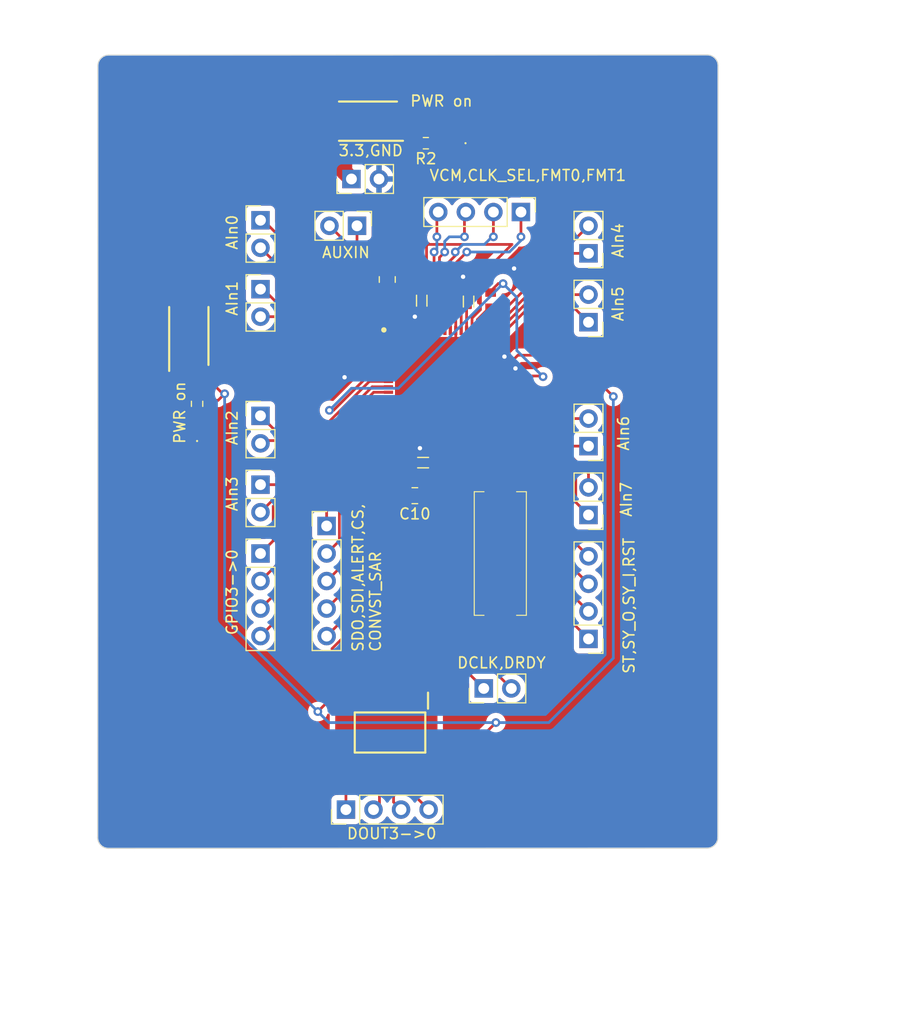
<source format=kicad_pcb>
(kicad_pcb (version 20221018) (generator pcbnew)
  (layers (0 "F.Cu" signal) (31 "B.Cu" signal) (34 "B.Paste" user) (35 "F.Paste" user) (36 "B.SilkS" user "B.Silkscreen") (37 "F.SilkS" user "F.Silkscreen") (38 "B.Mask" user) (39 "F.Mask" user) (44 "Edge.Cuts" user))
  (net 0 "")
  (net 1 "Net-(C1-Pad1)")
  (net 2 "Net-(IC1-XTAL1)")
  (net 3 "Net-(C2-Pad1)")
  (net 4 "Net-(IC1-XTAL2{slash}MCLK)")
  (net 5 "GND1")
  (net 6 "+3.3V")
  (net 7 "Net-(IC1-REF_OUT)")
  (net 8 "Net-(IC1-AREG2CAP)")
  (net 9 "Net-(IC1-AREG1CAP)")
  (net 10 "Net-(IC1-DREGCAP)")
  (net 11 "Net-(IC1-AIN0-)")
  (net 12 "Net-(IC1-AIN0+)")
  (net 13 "Net-(IC1-AIN1-)")
  (net 14 "Net-(IC1-AIN1+)")
  (net 15 "Net-(IC1-AIN2-)")
  (net 16 "Net-(IC1-AIN2+)")
  (net 17 "Net-(IC1-AIN3-)")
  (net 18 "Net-(IC1-AIN3+)")
  (net 19 "Net-(IC1-MODE0{slash}GPIO0)")
  (net 20 "Net-(IC1-MODE1{slash}GPIO1)")
  (net 21 "Net-(IC1-MODE2{slash}GPIO2)")
  (net 22 "Net-(IC1-MODE3{slash}ALERT)")
  (net 23 "Net-(IC1-CONVST_SAR)")
  (net 24 "Net-(IC1-ALERT{slash}~{CS})")
  (net 25 "Net-(IC1-DCLK2{slash}SCLK)")
  (net 26 "Net-(IC1-DCLK1{slash}SDI)")
  (net 27 "Net-(IC1-DCLK0{slash}SDO)")
  (net 28 "Net-(IC1-DOUT3)")
  (net 29 "Net-(IC1-DOUT2)")
  (net 30 "Net-(IC1-DOUT1)")
  (net 31 "Net-(IC1-DOUT0)")
  (net 32 "Net-(IC1-DCLK)")
  (net 33 "Net-(IC1-~{DRDY})")
  (net 34 "Net-(IC1-FORMAT1)")
  (net 35 "Net-(IC1-FORMAT0)")
  (net 36 "Net-(IC1-CLK_SEL)")
  (net 37 "Net-(IC1-VCM)")
  (net 38 "Net-(IC1-AUXAIN+)")
  (net 39 "Net-(IC1-AUXAIN-)")
  (net 40 "GND2")
  (net 46 "Net-(IC2-1Y3)")
  (net 48 "Net-(IC2-1Y2)")
  (net 50 "Net-(IC2-1Y1)")
  (net 52 "Net-(IC2-1Y0)")
  (net 53 "Net-(D2-K)")
  (net 54 "Net-(D1-K)")
  (net 55 "Net-(IC1-REF1+)")
  (net 56 "Net-(IC1-~{START})")
  (net 57 "Net-(IC1-~{SYNC_OUT})")
  (net 58 "Net-(IC1-~{SYNC_IN})")
  (net 59 "Net-(IC1-~{RESET})")
  (net 60 "Net-(IC1-AIN7+)")
  (net 61 "Net-(IC1-AIN7-)")
  (net 62 "Net-(IC1-AIN6+)")
  (net 63 "Net-(IC1-AIN6-)")
  (net 64 "Net-(IC1-AIN5+)")
  (net 65 "Net-(IC1-AIN5-)")
  (net 66 "Net-(IC1-AIN4+)")
  (net 67 "Net-(IC1-AIN4-)")
  (net 68 "Net-(D3-A)")
  (net 69 "Net-(D4-A)")
  (footprint "LED_SMD:LED_0201_0603Metric" (layer "F.Cu") (at 160.02 84.328 180)
    (fp_text reference "D4" hide)
    (fp_text value "LED" hide)
  )
  (footprint "Connector_PinHeader_2.54mm:PinHeader_1x05_P2.54mm_Vertical" (layer "F.Cu") (at 148.082 119.634)
    (fp_text reference "J12" hide)
    (fp_text value "Conn_01x05" hide)
  )
  (footprint "LED_SMD:LED_0201_0603Metric" (layer "F.Cu") (at 136.144 110.937 90)
    (fp_text reference "D3" hide)
    (fp_text value "LED" hide)
  )
  (footprint "Capacitor_SMD:C_0805_2012Metric_Pad1.18x1.45mm_HandSolder" (layer "F.Cu") (at 156.21 116.84 180)
    (fp_text reference "C10")
    (fp_text value "C")
  )
  (footprint "Connector_PinHeader_2.54mm:PinHeader_1x02_P2.54mm_Vertical" (layer "F.Cu") (at 141.986 109.474)
    (fp_text reference "J4" hide)
    (fp_text value "Conn_01x02" hide)
  )
  (footprint "Connector_PinHeader_2.54mm:PinHeader_1x04_P2.54mm_Vertical" (layer "F.Cu") (at 165.989 90.678 -90)
    (fp_text reference "J13" hide)
    (fp_text value "Conn_01x04" hide)
  )
  (footprint "Connector_PinHeader_2.54mm:PinHeader_1x02_P2.54mm_Vertical" (layer "F.Cu") (at 150.368 87.63 90)
    (fp_text reference "J10" hide)
    (fp_text value "Conn_01x02" hide)
  )
  (footprint "Connector_PinHeader_2.54mm:PinHeader_1x02_P2.54mm_Vertical" (layer "F.Cu") (at 172.212 112.268 180)
    (fp_text reference "J8" hide)
    (fp_text value "Conn_01x02" hide)
  )
  (footprint "Connector_PinHeader_2.54mm:PinHeader_1x04_P2.54mm_Vertical" (layer "F.Cu") (at 149.86 145.796 90)
    (fp_text reference "J18" hide)
    (fp_text value "Conn_01x04" hide)
  )
  (footprint "Capacitor_SMD:C_0805_2012Metric" (layer "F.Cu") (at 153.67 96.901 -90)
    (fp_text reference "C13" hide)
    (fp_text value "C" hide)
  )
  (footprint "Resistor_SMD:R_0603_1608Metric" (layer "F.Cu") (at 157.226 84.328 180)
    (fp_text reference "R2")
    (fp_text value "R")
  )
  (footprint "Baja_ADC:DIOM5336X245N" (layer "F.Cu") (at 151.892 82.296 180)
    (fp_text reference "D1" hide)
    (fp_text value "D_Schottky" hide)
  )
  (footprint "Baja_ADC:QFN50P900X900X80-65N-D" (layer "F.Cu") (at 158.23 106.05)
    (fp_text reference "IC1" hide)
    (fp_text value "AD7779ACPZ" hide)
  )
  (footprint "Connector_PinHeader_2.54mm:PinHeader_1x04_P2.54mm_Vertical" (layer "F.Cu") (at 172.212 130.048 180)
    (fp_text reference "J15" hide)
    (fp_text value "Conn_01x04" hide)
  )
  (footprint "Connector_PinHeader_2.54mm:PinHeader_1x02_P2.54mm_Vertical" (layer "F.Cu") (at 141.986 115.824)
    (fp_text reference "J5" hide)
    (fp_text value "Conn_01x02" hide)
  )
  (footprint "Baja_ADC:ECS49205PXTR" (layer "F.Cu") (at 164.084 122.174 -90)
    (fp_text reference "Y1" hide)
    (fp_text value "ECS-40-20-5PX-TR" hide)
  )
  (footprint "Baja_ADC:CAPC1608X95N" (layer "F.Cu") (at 163.195 98.806 -90)
    (fp_text reference "C5" hide)
    (fp_text value "C" hide)
  )
  (footprint "Connector_PinHeader_2.54mm:PinHeader_1x02_P2.54mm_Vertical" (layer "F.Cu") (at 172.212 100.838 180)
    (fp_text reference "J7" hide)
    (fp_text value "Conn_01x02" hide)
  )
  (footprint "Resistor_SMD:R_0603_1608Metric" (layer "F.Cu") (at 136.144 108.367 90)
    (fp_text reference "R1" hide)
    (fp_text value "R" hide)
  )
  (footprint "Connector_PinHeader_2.54mm:PinHeader_1x02_P2.54mm_Vertical" (layer "F.Cu") (at 162.56 134.62 90)
    (fp_text reference "J19" hide)
    (fp_text value "Conn_01x02" hide)
  )
  (footprint "Connector_PinHeader_2.54mm:PinHeader_1x02_P2.54mm_Vertical" (layer "F.Cu") (at 172.212 94.488 180)
    (fp_text reference "J6" hide)
    (fp_text value "Conn_01x02" hide)
  )
  (footprint "Baja_ADC:CAPC2012X94N" (layer "F.Cu") (at 148.844 103.632 -90)
    (fp_text reference "C12" hide)
    (fp_text value "C" hide)
  )
  (footprint "Baja_ADC:CAPC1608X95N" (layer "F.Cu") (at 155.448 98.298 90)
    (fp_text reference "C4" hide)
    (fp_text value "C" hide)
  )
  (footprint "Connector_PinHeader_2.54mm:PinHeader_1x04_P2.54mm_Vertical" (layer "F.Cu") (at 141.986 122.174)
    (fp_text reference "J11" hide)
    (fp_text value "Conn_01x04" hide)
  )
  (footprint "Baja_ADC:CAPC1005X55N" (layer "F.Cu") (at 156.972 113.792 180)
    (fp_text reference "C11" hide)
    (fp_text value "C" hide)
  )
  (footprint "Connector_PinHeader_2.54mm:PinHeader_1x02_P2.54mm_Vertical" (layer "F.Cu") (at 141.986 97.79)
    (fp_text reference "J3" hide)
    (fp_text value "Conn_01x02" hide)
  )
  (footprint "Baja_ADC:CAPC1608X95N" (layer "F.Cu") (at 156.464 115.062 180)
    (fp_text reference "C9" hide)
    (fp_text value "C" hide)
  )
  (footprint "Baja_ADC:CAPC1005X55N" (layer "F.Cu") (at 161.163 98.933 -90)
    (fp_text reference "C7" hide)
    (fp_text value "C" hide)
  )
  (footprint "Capacitor_SMD:C_01005_0402Metric" (layer "F.Cu") (at 162.052 112.46 90)
    (fp_text reference "C1" hide)
    (fp_text value "C0603C300F1GACTU" hide)
  )
  (footprint "Baja_ADC:CAPC1005X55N" (layer "F.Cu") (at 156.845 98.855 -90)
    (fp_text reference "C8" hide)
    (fp_text value "C" hide)
  )
  (footprint "Connector_PinHeader_2.54mm:PinHeader_1x02_P2.54mm_Vertical" (layer "F.Cu") (at 172.212 118.618 180)
    (fp_text reference "J9" hide)
    (fp_text value "Conn_01x02" hide)
  )
  (footprint "Connector_PinHeader_2.54mm:PinHeader_1x02_P2.54mm_Vertical" (layer "F.Cu") (at 141.986 91.435)
    (fp_text reference "J2" hide)
    (fp_text value "Conn_01x02" hide)
  )
  (footprint "Baja_ADC:SOP65P640X110-20N" (layer "F.Cu") (at 153.924 138.684 -90)
    (fp_text reference "IC2" hide)
    (fp_text value "74HC244PW,118" hide)
  )
  (footprint "Connector_PinHeader_2.54mm:PinHeader_1x02_P2.54mm_Vertical" (layer "F.Cu") (at 150.881 91.948 -90)
    (fp_text reference "J1" hide)
    (fp_text value "Conn_01x02" hide)
  )
  (footprint "Capacitor_SMD:C_01005_0402Metric" (layer "F.Cu") (at 163.576 112.46 90)
    (fp_text reference "C2" hide)
    (fp_text value "C0603C300F1GACTU" hide)
  )
  (footprint "Baja_ADC:DIOM5336X245N" (layer "F.Cu") (at 135.382 102.108 90)
    (fp_text reference "D2" hide)
    (fp_text value "D_Schottky" hide)
  )
  (footprint "Baja_ADC:CAPC1608X95N" (layer "F.Cu") (at 150.622 103.886 -90)
    (fp_text reference "C3" hide)
    (fp_text value "C" hide)
  )
  (gr_line (start 126.984 148.368) (end 127 77.2) (stroke (width 0.1)) (layer "Edge.Cuts"))
  (gr_arc (start 184.134 148.352) (mid 183.841107 149.059107) (end 183.134 149.352) (stroke (width 0.1)) (layer "Edge.Cuts"))
  (gr_line (start 184.15 77.184) (end 184.134 148.352) (stroke (width 0.1)) (layer "Edge.Cuts"))
  (gr_line (start 128 76.2) (end 183.15 76.184) (stroke (width 0.1)) (layer "Edge.Cuts"))
  (gr_arc (start 127 77.2) (mid 127.292893 76.492893) (end 128 76.2) (stroke (width 0.1)) (layer "Edge.Cuts"))
  (gr_arc (start 183.15 76.184) (mid 183.857107 76.476893) (end 184.15 77.184) (stroke (width 0.1)) (layer "Edge.Cuts"))
  (gr_arc (start 127.984 149.368) (mid 127.276893 149.075107) (end 126.984 148.368) (stroke (width 0.1)) (layer "Edge.Cuts"))
  (gr_line (start 183.134 149.352) (end 127.984 149.368) (stroke (width 0.1)) (layer "Edge.Cuts"))
  (gr_text "3.3,GND" (at 149.098 85.598) (layer "F.SilkS") (effects (font (size 1 1)) (justify left bottom)))
  (gr_text "GPIO3->0" (at 139.954 129.794 90) (layer "F.SilkS") (effects (font (size 1 1)) (justify left bottom)))
  (gr_text "SDO,SDI,ALERT,CS,\nCONVST_SAR" (at 153.162 131.318 90) (layer "F.SilkS") (effects (font (size 1 1)) (justify left bottom)))
  (gr_text "AIn1" (at 139.954 100.33 90) (layer "F.SilkS") (effects (font (size 1 1)) (justify left bottom)))
  (gr_text "DOUT3->0" (at 149.86 148.59) (layer "F.SilkS") (effects (font (size 1 1)) (justify left bottom)))
  (gr_text "AIn3" (at 139.954 118.364 90) (layer "F.SilkS") (effects (font (size 1 1)) (justify left bottom)))
  (gr_text "AIn7" (at 176.276 118.872 90) (layer "F.SilkS") (effects (font (size 1 1)) (justify left bottom)))
  (gr_text "AIn6" (at 176.022 112.776 90) (layer "F.SilkS") (effects (font (size 1 1)) (justify left bottom)))
  (gr_text "VCM,CLK_SEL,FMT0,FMT1" (at 157.48 87.884) (layer "F.SilkS") (effects (font (size 1 1)) (justify left bottom)))
  (gr_text "DCLK,DRDY" (at 160.02 132.842) (layer "F.SilkS") (effects (font (size 1 1)) (justify left bottom)))
  (gr_text "AIn4" (at 175.514 94.996 90) (layer "F.SilkS") (effects (font (size 1 1)) (justify left bottom)))
  (gr_text "PWR on" (at 135.128 112.141 90) (layer "F.SilkS") (effects (font (size 1 1)) (justify left bottom)))
  (gr_text "PWR on" (at 155.702 81.026) (layer "F.SilkS") (effects (font (size 1 1)) (justify left bottom)))
  (gr_text "AIn5" (at 175.514 100.838 90) (layer "F.SilkS") (effects (font (size 1 1)) (justify left bottom)))
  (gr_text "AUXIN" (at 147.574 94.996) (layer "F.SilkS") (effects (font (size 1 1)) (justify left bottom)))
  (gr_text "AIn2" (at 139.954 112.268 90) (layer "F.SilkS") (effects (font (size 1 1)) (justify left bottom)))
  (gr_text "AIn0" (at 139.954 94.234 90) (layer "F.SilkS") (effects (font (size 1 1)) (justify left bottom)))
  (gr_text "ST,SY_O,SY_I,RST" (at 176.53 133.35 90) (layer "F.SilkS") (effects (font (size 1 1)) (justify left bottom)))
  (segment (start 162.052 124.892) (end 162.052 112.71) (width 0.25) (layer "F.Cu") (net 1))
  (segment (start 164.084 126.924) (end 162.052 124.892) (width 0.25) (layer "F.Cu") (net 1))
  (segment (start 161.48 111.188) (end 161.48 110.5) (width 0.25) (layer "F.Cu") (net 2))
  (segment (start 162.052 112.21) (end 162.052 111.76) (width 0.25) (layer "F.Cu") (net 2))
  (segment (start 162.052 111.76) (end 161.48 111.188) (width 0.25) (layer "F.Cu") (net 2))
  (segment (start 164.084 117.424) (end 164.084 113.668) (width 0.25) (layer "F.Cu") (net 3))
  (segment (start 163.576 113.16) (end 163.576 112.71) (width 0.25) (layer "F.Cu") (net 3))
  (segment (start 164.084 113.668) (end 163.576 113.16) (width 0.25) (layer "F.Cu") (net 3))
  (segment (start 163.576 111.76) (end 162.316 110.5) (width 0.25) (layer "F.Cu") (net 4))
  (segment (start 162.316 110.5) (end 161.98 110.5) (width 0.25) (layer "F.Cu") (net 4))
  (segment (start 163.576 111.76) (end 163.576 112.21) (width 0.25) (layer "F.Cu") (net 4))
  (segment (start 151.78196 105.3) (end 151.16396 105.918) (width 0.25) (layer "F.Cu") (net 5))
  (segment (start 162.253 99.684604) (end 161.48 100.457604) (width 0.25) (layer "F.Cu") (net 5))
  (segment (start 155.448 98.998) (end 155.448 99.568) (width 0.5) (layer "F.Cu") (net 5))
  (segment (start 156.48 101.6) (end 156.48 104.3) (width 0.25) (layer "F.Cu") (net 5))
  (segment (start 155.972 98.998) (end 156.545 98.425) (width 0.5) (layer "F.Cu") (net 5))
  (segment (start 159.98 97.322) (end 160.655 96.647) (width 0.25) (layer "F.Cu") (net 5))
  (segment (start 161.48 101.6) (end 161.48 102.8) (width 0.25) (layer "F.Cu") (net 5))
  (segment (start 162.68 104.3) (end 164.178 104.3) (width 0.25) (layer "F.Cu") (net 5))
  (segment (start 161.48 102.8) (end 158.23 106.05) (width 0.25) (layer "F.Cu") (net 5))
  (segment (start 150.622 103.186) (end 149.208 103.186) (width 0.25) (layer "F.Cu") (net 5))
  (segment (start 162.253 98.298) (end 162.253 99.684604) (width 0.25) (layer "F.Cu") (net 5))
  (segment (start 153.78 104.3) (end 156.48 104.3) (width 0.25) (layer "F.Cu") (net 5))
  (segment (start 162.048 98.503) (end 162.253 98.298) (width 0.25) (layer "F.Cu") (net 5))
  (segment (start 151.16396 105.918) (end 149.733 105.918) (width 0.25) (layer "F.Cu") (net 5))
  (segment (start 163.576 95.885) (end 165.354 95.885) (width 0.25) (layer "F.Cu") (net 5))
  (segment (start 149.208 103.186) (end 148.844 102.822) (width 0.25) (layer "F.Cu") (net 5))
  (segment (start 156.98 111.447604) (end 156.952 111.475604) (width 0.25) (layer "F.Cu") (net 5))
  (segment (start 165.2815 105.3) (end 162.68 105.3) (width 0.25) (layer "F.Cu") (net 5))
  (segment (start 159.98 101.6) (end 159.98 104.3) (width 0.25) (layer "F.Cu") (net 5))
  (segment (start 161.48 100.457604) (end 161.48 101.6) (width 0.25) (layer "F.Cu") (net 5))
  (segment (start 155.98 101.6) (end 155.98 100.56) (width 0.25) (layer "F.Cu") (net 5))
  (segment (start 156.545 98.425) (end 156.845 98.425) (width 0.5) (layer "F.Cu") (net 5))
  (segment (start 156.48 100.6) (end 156.21 100.33) (width 0.25) (layer "F.Cu") (net 5))
  (segment (start 159.98 101.6) (end 159.98 97.322) (width 0.25) (layer "F.Cu") (net 5))
  (segment (start 156.952 112.186787) (end 156.677937 112.46085) (width 0.25) (layer "F.Cu") (net 5))
  (segment (start 155.448 99.568) (end 156.21 100.33) (width 0.5) (layer "F.Cu") (net 5))
  (segment (start 159.98 104.3) (end 158.23 106.05) (width 0.25) (layer "F.Cu") (net 5))
  (segment (start 162.253 97.208) (end 162.253 98.298) (width 0.25) (layer "F.Cu") (net 5))
  (segment (start 155.98 100.56) (end 156.21 100.33) (width 0.25) (layer "F.Cu") (net 5))
  (segment (start 156.98 110.5) (end 156.98 111.447604) (width 0.25) (layer "F.Cu") (net 5))
  (segment (start 151.978924 104.3) (end 150.864924 103.186) (width 0.25) (layer "F.Cu") (net 5))
  (segment (start 153.78 105.3) (end 151.78196 105.3) (width 0.25) (layer "F.Cu") (net 5))
  (segment (start 156.48 101.6) (end 156.48 100.6) (width 0.25) (layer "F.Cu") (net 5))
  (segment (start 153.78 104.3) (end 151.978924 104.3) (width 0.25) (layer "F.Cu") (net 5))
  (segment (start 155.98 103.8) (end 158.23 106.05) (width 0.25) (layer "F.Cu") (net 5))
  (segment (start 161.163 98.503) (end 162.048 98.503) (width 0.25) (layer "F.Cu") (net 5))
  (segment (start 156.952 111.475604) (end 156.952 112.186787) (width 0.25) (layer "F.Cu") (net 5))
  (segment (start 162.253 97.208) (end 163.576 95.885) (width 0.25) (layer "F.Cu") (net 5))
  (segment (start 150.864924 103.186) (end 150.622 103.186) (width 0.25) (layer "F.Cu") (net 5))
  (segment (start 164.178 104.3) (end 164.465 104.013) (width 0.25) (layer "F.Cu") (net 5))
  (segment (start 155.98 101.6) (end 155.98 103.8) (width 0.25) (layer "F.Cu") (net 5))
  (segment (start 155.448 98.998) (end 155.972 98.998) (width 0.5) (layer "F.Cu") (net 5))
  (segment (start 162.68 104.3) (end 159.98 104.3) (width 0.25) (layer "F.Cu") (net 5))
  (segment (start 165.481 105.1005) (end 165.2815 105.3) (width 0.25) (layer "F.Cu") (net 5))
  (segment (start 156.48 104.3) (end 158.23 106.05) (width 0.25) (layer "F.Cu") (net 5))
  (via (at 164.465 104.013) (size 0.8) (drill 0.4) (layers "F.Cu" "B.Cu") (net 5))
  (via (at 165.481 105.1005) (size 0.8) (drill 0.4) (layers "F.Cu" "B.Cu") (net 5))
  (via (at 149.733 105.918) (size 0.8) (drill 0.4) (layers "F.Cu" "B.Cu") (net 5))
  (via (at 156.21 100.33) (size 0.8) (drill 0.4) (layers "F.Cu" "B.Cu") (net 5))
  (via (at 160.655 96.647) (size 0.8) (drill 0.4) (layers "F.Cu" "B.Cu") (net 5))
  (via (at 165.354 95.885) (size 0.8) (drill 0.4) (layers "F.Cu" "B.Cu") (net 5))
  (via (at 156.677937 112.46085) (size 0.8) (drill 0.4) (layers "F.Cu" "B.Cu") (net 5))
  (segment (start 137.414 82.296) (end 135.382 84.328) (width 1.5) (layer "F.Cu") (net 6))
  (segment (start 149.692 86.954) (end 150.368 87.63) (width 1.5) (layer "F.Cu") (net 6))
  (segment (start 149.692 82.296) (end 137.414 82.296) (width 1.5) (layer "F.Cu") (net 6))
  (segment (start 135.382 84.328) (end 135.382 99.908) (width 1.5) (layer "F.Cu") (net 6))
  (segment (start 149.692 82.296) (end 149.692 86.954) (width 1.5) (layer "F.Cu") (net 6))
  (segment (start 161.98 101.6) (end 161.98 100.594) (width 0.25) (layer "F.Cu") (net 7))
  (segment (start 161.98 100.594) (end 163.068 99.506) (width 0.25) (layer "F.Cu") (net 7))
  (segment (start 160.98 99.546) (end 161.163 99.363) (width 0.25) (layer "F.Cu") (net 8))
  (segment (start 160.98 101.6) (end 160.98 99.546) (width 0.25) (layer "F.Cu") (net 8))
  (segment (start 157.035 100.671726) (end 157.035 99.475) (width 0.25) (layer "F.Cu") (net 9))
  (segment (start 157.035 99.475) (end 156.845 99.285) (width 0.25) (layer "F.Cu") (net 9))
  (segment (start 156.98 100.726726) (end 157.035 100.671726) (width 0.25) (layer "F.Cu") (net 9))
  (segment (start 156.98 101.6) (end 156.98 100.726726) (width 0.25) (layer "F.Cu") (net 9))
  (segment (start 157.402 111.662) (end 157.402 113.792) (width 0.25) (layer "F.Cu") (net 10))
  (segment (start 157.48 111.584) (end 157.402 111.662) (width 0.25) (layer "F.Cu") (net 10))
  (segment (start 157.48 110.5) (end 157.48 111.584) (width 0.25) (layer "F.Cu") (net 10))
  (segment (start 150.034 98.98) (end 149.78 98.98) (width 0.25) (layer "F.Cu") (net 11))
  (segment (start 153.354 102.3) (end 150.034 98.98) (width 0.25) (layer "F.Cu") (net 11))
  (segment (start 149.78 98.98) (end 142.235 91.435) (width 0.25) (layer "F.Cu") (net 11))
  (segment (start 153.78 102.3) (end 153.354 102.3) (width 0.25) (layer "F.Cu") (net 11))
  (segment (start 142.235 91.435) (end 141.986 91.435) (width 0.25) (layer "F.Cu") (net 11))
  (segment (start 149.722 99.43) (end 149.468 99.43) (width 0.25) (layer "F.Cu") (net 12))
  (segment (start 153.78 102.8) (end 153.092 102.8) (width 0.25) (layer "F.Cu") (net 12))
  (segment (start 146.23 96.192) (end 144.203 96.192) (width 0.25) (layer "F.Cu") (net 12))
  (segment (start 149.468 99.43) (end 146.23 96.192) (width 0.25) (layer "F.Cu") (net 12))
  (segment (start 153.092 102.8) (end 149.722 99.43) (width 0.25) (layer "F.Cu") (net 12))
  (segment (start 144.203 96.192) (end 141.986 93.975) (width 0.25) (layer "F.Cu") (net 12))
  (segment (start 153.78 103.3) (end 152.955604 103.3) (width 0.25) (layer "F.Cu") (net 13))
  (segment (start 149.535604 99.88) (end 144.33 99.88) (width 0.25) (layer "F.Cu") (net 13))
  (segment (start 142.24 97.79) (end 141.986 97.79) (width 0.25) (layer "F.Cu") (net 13))
  (segment (start 144.33 99.88) (end 142.24 97.79) (width 0.25) (layer "F.Cu") (net 13))
  (segment (start 152.955604 103.3) (end 149.535604 99.88) (width 0.25) (layer "F.Cu") (net 13))
  (segment (start 149.349208 100.33) (end 141.986 100.33) (width 0.25) (layer "F.Cu") (net 14))
  (segment (start 152.819208 103.8) (end 149.349208 100.33) (width 0.25) (layer "F.Cu") (net 14))
  (segment (start 153.78 103.8) (end 152.819208 103.8) (width 0.25) (layer "F.Cu") (net 14))
  (segment (start 147.008 111.31) (end 152.018 106.3) (width 0.25) (layer "F.Cu") (net 15))
  (segment (start 143.822 111.31) (end 147.008 111.31) (width 0.25) (layer "F.Cu") (net 15))
  (segment (start 141.986 109.474) (end 143.822 111.31) (width 0.25) (layer "F.Cu") (net 15))
  (segment (start 152.018 106.3) (end 153.78 106.3) (width 0.25) (layer "F.Cu") (net 15))
  (segment (start 152.28 106.8) (end 147.32 111.76) (width 0.25) (layer "F.Cu") (net 16))
  (segment (start 147.32 111.76) (end 142.24 111.76) (width 0.25) (layer "F.Cu") (net 16))
  (segment (start 153.78 106.8) (end 152.28 106.8) (width 0.25) (layer "F.Cu") (net 16))
  (segment (start 142.24 111.76) (end 141.986 112.014) (width 0.25) (layer "F.Cu") (net 16))
  (segment (start 152.416396 107.3) (end 143.892396 115.824) (width 0.25) (layer "F.Cu") (net 17))
  (segment (start 143.892396 115.824) (end 141.986 115.824) (width 0.25) (layer "F.Cu") (net 17))
  (segment (start 153.78 107.3) (end 152.416396 107.3) (width 0.25) (layer "F.Cu") (net 17))
  (segment (start 152.552792 107.8) (end 141.988792 118.364) (width 0.25) (layer "F.Cu") (net 18))
  (segment (start 141.988792 118.364) (end 141.986 118.364) (width 0.25) (layer "F.Cu") (net 18))
  (segment (start 153.78 107.8) (end 152.552792 107.8) (width 0.25) (layer "F.Cu") (net 18))
  (segment (start 153.78 108.3) (end 153.755 108.275) (width 0.25) (layer "F.Cu") (net 19))
  (segment (start 152.714188 108.275) (end 143.161 117.828188) (width 0.25) (layer "F.Cu") (net 19))
  (segment (start 153.755 108.275) (end 152.714188 108.275) (width 0.25) (layer "F.Cu") (net 19))
  (segment (start 143.161 117.828188) (end 143.161 120.999) (width 0.25) (layer "F.Cu") (net 19))
  (segment (start 143.161 120.999) (end 141.986 122.174) (width 0.25) (layer "F.Cu") (net 19))
  (segment (start 153.78 108.8) (end 153.055 108.8) (width 0.25) (layer "F.Cu") (net 20))
  (segment (start 153.055 108.8) (end 143.611 118.244) (width 0.25) (layer "F.Cu") (net 20))
  (segment (start 143.611 118.244) (end 143.611 123.089) (width 0.25) (layer "F.Cu") (net 20))
  (segment (start 143.611 123.089) (end 141.986 124.714) (width 0.25) (layer "F.Cu") (net 20))
  (segment (start 153.78 109.3) (end 153.755 109.275) (width 0.25) (layer "F.Cu") (net 21))
  (segment (start 153.755 109.275) (end 153.216396 109.275) (width 0.25) (layer "F.Cu") (net 21))
  (segment (start 144.061 125.179) (end 141.986 127.254) (width 0.25) (layer "F.Cu") (net 21))
  (segment (start 153.216396 109.275) (end 144.061 118.430396) (width 0.25) (layer "F.Cu") (net 21))
  (segment (start 144.061 118.430396) (end 144.061 125.179) (width 0.25) (layer "F.Cu") (net 21))
  (segment (start 152.919792 110.208) (end 144.511 118.616792) (width 0.25) (layer "F.Cu") (net 22))
  (segment (start 153.78 109.8) (end 153.372 110.208) (width 0.25) (layer "F.Cu") (net 22))
  (segment (start 144.511 127.269) (end 141.986 129.794) (width 0.25) (layer "F.Cu") (net 22))
  (segment (start 144.511 118.616792) (end 144.511 127.269) (width 0.25) (layer "F.Cu") (net 22))
  (segment (start 153.372 110.208) (end 152.919792 110.208) (width 0.25) (layer "F.Cu") (net 22))
  (segment (start 154.422 110.5) (end 148.082 116.84) (width 0.25) (layer "F.Cu") (net 23))
  (segment (start 148.082 116.84) (end 148.082 119.634) (width 0.25) (layer "F.Cu") (net 23))
  (segment (start 154.48 110.5) (end 154.422 110.5) (width 0.25) (layer "F.Cu") (net 23))
  (segment (start 154.98 110.5) (end 154.98 111.225) (width 0.25) (layer "F.Cu") (net 24))
  (segment (start 149.257 120.999) (end 148.082 122.174) (width 0.25) (layer "F.Cu") (net 24))
  (segment (start 154.98 111.225) (end 154.955 111.25) (width 0.25) (layer "F.Cu") (net 24))
  (segment (start 154.955 111.25) (end 154.308396 111.25) (width 0.25) (layer "F.Cu") (net 24))
  (segment (start 149.257 116.301396) (end 149.257 120.999) (width 0.25) (layer "F.Cu") (net 24))
  (segment (start 154.308396 111.25) (end 149.257 116.301396) (width 0.25) (layer "F.Cu") (net 24))
  (segment (start 154.494792 111.7) (end 149.707 116.487792) (width 0.25) (layer "F.Cu") (net 25))
  (segment (start 155.48 110.5) (end 155.48 111.361396) (width 0.25) (layer "F.Cu") (net 25))
  (segment (start 149.707 116.487792) (end 149.707 123.089) (width 0.25) (layer "F.Cu") (net 25))
  (segment (start 149.707 123.089) (end 148.082 124.714) (width 0.25) (layer "F.Cu") (net 25))
  (segment (start 155.48 111.361396) (end 155.141396 111.7) (width 0.25) (layer "F.Cu") (net 25))
  (segment (start 155.141396 111.7) (end 154.494792 111.7) (width 0.25) (layer "F.Cu") (net 25))
  (segment (start 154.681188 112.15) (end 150.157 116.674188) (width 0.25) (layer "F.Cu") (net 26))
  (segment (start 155.327792 112.15) (end 154.681188 112.15) (width 0.25) (layer "F.Cu") (net 26))
  (segment (start 150.157 125.179) (end 148.082 127.254) (width 0.25) (layer "F.Cu") (net 26))
  (segment (start 155.98 110.5) (end 155.98 111.497792) (width 0.25) (layer "F.Cu") (net 26))
  (segment (start 155.98 111.497792) (end 155.327792 112.15) (width 0.25) (layer "F.Cu") (net 26))
  (segment (start 150.157 116.674188) (end 150.157 125.179) (width 0.25) (layer "F.Cu") (net 26))
  (segment (start 155.514188 112.6) (end 154.867584 112.6) (width 0.25) (layer "F.Cu") (net 27))
  (segment (start 154.867584 112.6) (end 150.607 116.860584) (width 0.25) (layer "F.Cu") (net 27))
  (segment (start 156.48 111.634188) (end 155.514188 112.6) (width 0.25) (layer "F.Cu") (net 27))
  (segment (start 156.48 110.5) (end 156.48 111.634188) (width 0.25) (layer "F.Cu") (net 27))
  (segment (start 150.607 127.269) (end 148.082 129.794) (width 0.25) (layer "F.Cu") (net 27))
  (segment (start 150.607 116.860584) (end 150.607 127.269) (width 0.25) (layer "F.Cu") (net 27))
  (segment (start 152.424 134.7085) (end 152.299 134.8335) (width 0.25) (layer "F.Cu") (net 28))
  (segment (start 153.924 133.90746) (end 153.12296 134.7085) (width 0.25) (layer "F.Cu") (net 28))
  (segment (start 152.299 134.8335) (end 152.299 135.746) (width 0.25) (layer "F.Cu") (net 28))
  (segment (start 153.12296 134.7085) (end 152.424 134.7085) (width 0.25) (layer "F.Cu") (net 28))
  (segment (start 153.924 121.831) (end 153.924 133.90746) (width 0.25) (layer "F.Cu") (net 28))
  (segment (start 158.48 117.275) (end 153.924 121.831) (width 0.25) (layer "F.Cu") (net 28))
  (segment (start 158.48 110.5) (end 158.48 117.275) (width 0.25) (layer "F.Cu") (net 28))
  (segment (start 154.432 121.959396) (end 154.432 134.0005) (width 0.25) (layer "F.Cu") (net 29))
  (segment (start 154.432 134.0005) (end 153.599 134.8335) (width 0.25) (layer "F.Cu") (net 29))
  (segment (start 153.599 134.8335) (end 153.599 135.746) (width 0.25) (layer "F.Cu") (net 29))
  (segment (start 158.98 110.5) (end 158.98 117.411396) (width 0.25) (layer "F.Cu") (net 29))
  (segment (start 158.98 117.411396) (end 154.432 121.959396) (width 0.25) (layer "F.Cu") (net 29))
  (segment (start 154.899 122.128792) (end 154.899 135.746) (width 0.25) (layer "F.Cu") (net 30))
  (segment (start 159.48 110.5) (end 159.48 117.547792) (width 0.25) (layer "F.Cu") (net 30))
  (segment (start 159.48 117.547792) (end 154.899 122.128792) (width 0.25) (layer "F.Cu") (net 30))
  (segment (start 156.199 134.8335) (end 156.199 135.746) (width 0.25) (layer "F.Cu") (net 31))
  (segment (start 159.98 110.5) (end 159.98 117.684188) (width 0.25) (layer "F.Cu") (net 31))
  (segment (start 155.324 122.340188) (end 155.324 133.9585) (width 0.25) (layer "F.Cu") (net 31))
  (segment (start 155.324 133.9585) (end 156.199 134.8335) (width 0.25) (layer "F.Cu") (net 31))
  (segment (start 159.98 117.684188) (end 155.324 122.340188) (width 0.25) (layer "F.Cu") (net 31))
  (segment (start 160.48 132.54) (end 162.56 134.62) (width 0.25) (layer "F.Cu") (net 32))
  (segment (start 160.48 110.5) (end 160.48 132.54) (width 0.25) (layer "F.Cu") (net 32))
  (segment (start 160.98 110.5) (end 160.98 130.5) (width 0.25) (layer "F.Cu") (net 33))
  (segment (start 160.98 130.5) (end 165.1 134.62) (width 0.25) (layer "F.Cu") (net 33))
  (segment (start 165.989 92.964) (end 165.989 90.678) (width 0.25) (layer "F.Cu") (net 34))
  (segment (start 159.48 100.95) (end 159.48 101.6) (width 0.25) (layer "F.Cu") (net 34))
  (segment (start 159.405 99.141261) (end 159.405 100.875) (width 0.25) (layer "F.Cu") (net 34))
  (segment (start 159.33 99.066261) (end 159.405 99.141261) (width 0.25) (layer "F.Cu") (net 34))
  (segment (start 159.33 96.030581) (end 159.33 99.066261) (width 0.25) (layer "F.Cu") (net 34))
  (segment (start 159.405 100.875) (end 159.48 100.95) (width 0.25) (layer "F.Cu") (net 34))
  (segment (start 160.997081 94.3635) (end 159.33 96.030581) (width 0.25) (layer "F.Cu") (net 34))
  (via (at 165.989 92.964) (size 0.8) (drill 0.4) (layers "F.Cu" "B.Cu") (net 34))
  (via (at 160.997081 94.3635) (size 0.8) (drill 0.4) (layers "F.Cu" "B.Cu") (net 34))
  (segment (start 164.922498 94.3635) (end 165.989 93.296998) (width 0.25) (layer "B.Cu") (net 34))
  (segment (start 160.997081 94.3635) (end 164.922498 94.3635) (width 0.25) (layer "B.Cu") (net 34))
  (segment (start 165.989 93.296998) (end 165.989 92.964) (width 0.25) (layer "B.Cu") (net 34))
  (segment (start 163.449 92.964) (end 163.449 90.678) (width 0.25) (layer "F.Cu") (net 35))
  (segment (start 158.905 95.73) (end 158.905 99.242302) (width 0.25) (layer "F.Cu") (net 35))
  (segment (start 159.936506 94.698494) (end 158.905 95.73) (width 0.25) (layer "F.Cu") (net 35))
  (segment (start 158.905 99.242302) (end 158.98 99.317302) (width 0.25) (layer "F.Cu") (net 35))
  (segment (start 158.98 99.317302) (end 158.98 101.6) (width 0.25) (layer "F.Cu") (net 35))
  (segment (start 159.936506 94.3635) (end 159.936506 94.698494) (width 0.25) (layer "F.Cu") (net 35))
  (via (at 159.936506 94.3635) (size 0.8) (drill 0.4) (layers "F.Cu" "B.Cu") (net 35))
  (via (at 163.449 92.964) (size 0.8) (drill 0.4) (layers "F.Cu" "B.Cu") (net 35))
  (segment (start 160.636006 93.664) (end 162.622 93.664) (width 0.25) (layer "B.Cu") (net 35))
  (segment (start 163.322 92.964) (end 163.449 92.964) (width 0.25) (layer "B.Cu") (net 35))
  (segment (start 159.936506 94.3635) (end 160.636006 93.664) (width 0.25) (layer "B.Cu") (net 35))
  (segment (start 162.622 93.664) (end 163.322 92.964) (width 0.25) (layer "B.Cu") (net 35))
  (segment (start 158.48 94.86095) (end 158.48 101.6) (width 0.25) (layer "F.Cu") (net 36))
  (segment (start 160.782 92.964) (end 160.782 90.805) (width 0.25) (layer "F.Cu") (net 36))
  (segment (start 158.962003 94.3635) (end 158.962003 94.378947) (width 0.25) (layer "F.Cu") (net 36))
  (segment (start 158.962003 94.378947) (end 158.48 94.86095) (width 0.25) (layer "F.Cu") (net 36))
  (segment (start 160.782 90.805) (end 160.909 90.678) (width 0.25) (layer "F.Cu") (net 36))
  (via (at 160.782 92.964) (size 0.8) (drill 0.4) (layers "F.Cu" "B.Cu") (net 36))
  (via (at 158.962003 94.3635) (size 0.8) (drill 0.4) (layers "F.Cu" "B.Cu") (net 36))
  (segment (start 158.962003 93.386997) (end 159.385 92.964) (width 0.25) (layer "B.Cu") (net 36))
  (segment (start 159.385 92.964) (end 160.782 92.964) (width 0.25) (layer "B.Cu") (net 36))
  (segment (start 158.962003 94.3635) (end 158.962003 93.386997) (width 0.25) (layer "B.Cu") (net 36))
  (segment (start 158.242 90.805) (end 158.369 90.678) (width 0.25) (layer "F.Cu") (net 37))
  (segment (start 157.98 94.371) (end 157.98 101.6) (width 0.25) (layer "F.Cu") (net 37))
  (segment (start 157.9875 94.3635) (end 157.98 94.371) (width 0.25) (layer "F.Cu") (net 37))
  (segment (start 158.242 92.964) (end 158.242 90.805) (width 0.25) (layer "F.Cu") (net 37))
  (via (at 157.9875 94.3635) (size 0.8) (drill 0.4) (layers "F.Cu" "B.Cu") (net 37))
  (via (at 158.242 92.964) (size 0.8) (drill 0.4) (layers "F.Cu" "B.Cu") (net 37))
  (segment (start 157.9875 94.3635) (end 158.242 94.109) (width 0.25) (layer "B.Cu") (net 37))
  (segment (start 158.242 94.109) (end 158.242 92.964) (width 0.25) (layer "B.Cu") (net 37))
  (segment (start 153.416 100.838) (end 150.881 98.303) (width 0.25) (layer "F.Cu") (net 38))
  (segment (start 154.98 101.6) (end 154.98 100.875) (width 0.25) (layer "F.Cu") (net 38))
  (segment (start 154.98 100.875) (end 154.943 100.838) (width 0.25) (layer "F.Cu") (net 38))
  (segment (start 154.943 100.838) (end 153.416 100.838) (width 0.25) (layer "F.Cu") (net 38))
  (segment (start 150.881 98.303) (end 150.881 91.948) (width 0.25) (layer "F.Cu") (net 38))
  (segment (start 153.290396 101.6) (end 150.114 98.423604) (width 0.25) (layer "F.Cu") (net 39))
  (segment (start 150.114 93.721) (end 148.341 91.948) (width 0.25) (layer "F.Cu") (net 39))
  (segment (start 150.114 98.423604) (end 150.114 93.721) (width 0.25) (layer "F.Cu") (net 39))
  (segment (start 154.48 101.6) (end 153.290396 101.6) (width 0.25) (layer "F.Cu") (net 39))
  (segment (start 150.999 134.497) (end 151.0284 134.4676) (width 0.25) (layer "F.Cu") (net 40))
  (segment (start 156.849 134.2858) (end 156.9212 134.2136) (width 0.25) (layer "F.Cu") (net 40))
  (segment (start 156.849 135.746) (end 156.849 134.2858) (width 0.25) (layer "F.Cu") (net 40))
  (segment (start 150.999 135.746) (end 150.999 134.497) (width 0.25) (layer "F.Cu") (net 40))
  (segment (start 151.649 141.622) (end 151.649 142.6095) (width 0.25) (layer "F.Cu") (net 46))
  (segment (start 149.86 144.3985) (end 149.86 145.796) (width 0.25) (layer "F.Cu") (net 46))
  (segment (start 151.649 142.6095) (end 149.86 144.3985) (width 0.25) (layer "F.Cu") (net 46))
  (segment (start 152.949 145.247) (end 152.4 145.796) (width 0.25) (layer "F.Cu") (net 48))
  (segment (start 152.949 141.622) (end 152.949 145.247) (width 0.25) (layer "F.Cu") (net 48))
  (segment (start 154.249 145.105) (end 154.94 145.796) (width 0.25) (layer "F.Cu") (net 50))
  (segment (start 154.249 141.622) (end 154.249 145.105) (width 0.25) (layer "F.Cu") (net 50))
  (segment (start 155.549 143.865) (end 157.48 145.796) (width 0.25) (layer "F.Cu") (net 52))
  (segment (start 155.549 141.622) (end 155.549 143.865) (width 0.25) (layer "F.Cu") (net 52))
  (segment (start 138.684 107.442) (end 138.516 107.442) (width 0.25) (layer "F.Cu") (net 53))
  (segment (start 150.622 104.586) (end 150.836 104.8) (width 0.25) (layer "F.Cu") (net 53))
  (segment (start 157.997 113.399572) (end 157.997 114.229) (width 0.25) (layer "F.Cu") (net 53))
  (segment (start 170.688 103.886) (end 174.498 107.696) (width 0.25) (layer "F.Cu") (net 53))
  (segment (start 146.558 104.648) (end 150.746 104.648) (width 0.25) (layer "F.Cu") (net 53))
  (segment (start 159.8252 141.622) (end 163.6776 137.7696) (width 0.25) (layer "F.Cu") (net 53))
  (segment (start 138.684 107.442) (end 138.079 108.047) (width 0.25) (layer "F.Cu") (net 53))
  (segment (start 165.70555 103.886) (end 170.688 103.886) (width 0.25) (layer "F.Cu") (net 53))
  (segment (start 146.637 104.6) (end 135.674 104.6) (width 1) (layer "F.Cu") (net 53))
  (segment (start 157.98 113.382572) (end 157.997 113.399572) (width 0.25) (layer "F.Cu") (net 53))
  (segment (start 157.02 115.206) (end 157.164 115.062) (width 0.25) (layer "F.Cu") (net 53))
  (segment (start 138.079 108.047) (end 136.144 108.047) (width 0.25) (layer "F.Cu") (net 53))
  (segment (start 157.02 116.84) (end 157.02 117.065) (width 0.25) (layer "F.Cu") (net 53))
  (segment (start 147.2692 136.7536) (end 148.583 135.4398) (width 0.25) (layer "F.Cu") (net 53))
  (segment (start 148.583 135.4398) (end 148.583 130.944) (width 0.25) (layer "F.Cu") (net 53))
  (segment (start 135.674 104.6) (end 135.382 104.308) (width 1.5) (layer "F.Cu") (net 53))
  (segment (start 164.79155 104.8) (end 165.70555 103.886) (width 0.25) (layer "F.Cu") (net 53))
  (segment (start 151.032 128.495) (end 148.583 130.944) (width 0.25) (layer "F.Cu") (net 53))
  (segment (start 157.02 116.84) (end 157.02 115.206) (width 0.25) (layer "F.Cu") (net 53))
  (segment (start 157.997 114.229) (end 157.164 115.062) (width 0.25) (layer "F.Cu") (net 53))
  (segment (start 156.849 141.622) (end 159.8252 141.622) (width 0.25) (layer "F.Cu") (net 53))
  (segment (start 135.674 104.6) (end 137.627 106.553) (width 1) (layer "F.Cu") (net 53))
  (segment (start 156.199 141.622) (end 156.849 141.622) (width 0.25) (layer "F.Cu") (net 53))
  (segment (start 138.516 107.442) (end 137.627 106.553) (width 0.25) (layer "F.Cu") (net 53))
  (segment (start 150.836 104.8) (end 153.78 104.8) (width 0.25) (layer "F.Cu") (net 53))
  (segment (start 162.68 104.8) (end 164.79155 104.8) (width 0.25) (layer "F.Cu") (net 53))
  (segment (start 157.98 110.5) (end 157.98 113.382572) (width 0.25) (layer "F.Cu") (net 53))
  (segment (start 151.032 123.053) (end 151.032 128.495) (width 0.25) (layer "F.Cu") (net 53))
  (segment (start 157.02 117.065) (end 151.032 123.053) (width 0.25) (layer "F.Cu") (net 53))
  (via (at 163.6776 137.7696) (size 0.8) (drill 0.4) (layers "F.Cu" "B.Cu") (net 53))
  (via (at 138.684 107.442) (size 0.8) (drill 0.4) (layers "F.Cu" "B.Cu") (net 53))
  (via (at 174.498 107.696) (size 0.8) (drill 0.4) (layers "F.Cu" "B.Cu") (net 53))
  (via (at 147.2692 136.7536) (size 0.8) (drill 0.4) (layers "F.Cu" "B.Cu") (net 53))
  (segment (start 138.684 107.442) (end 138.684 128.1684) (width 0.25) (layer "B.Cu") (net 53))
  (segment (start 174.498 131.826) (end 168.5544 137.7696) (width 0.25) (layer "B.Cu") (net 53))
  (segment (start 138.684 128.1684) (end 147.2692 136.7536) (width 0.25) (layer "B.Cu") (net 53))
  (segment (start 148.2852 137.7696) (end 163.6776 137.7696) (width 0.25) (layer "B.Cu") (net 53))
  (segment (start 147.2692 136.7536) (end 148.2852 137.7696) (width 0.25) (layer "B.Cu") (net 53))
  (segment (start 174.498 107.696) (end 174.498 131.826) (width 0.25) (layer "B.Cu") (net 53))
  (segment (start 168.5544 137.7696) (end 163.6776 137.7696) (width 0.25) (layer "B.Cu") (net 53))
  (segment (start 157.288 97.598) (end 157.288 93.791) (width 0.25) (layer "F.Cu") (net 54))
  (segment (start 153.67 98.96396) (end 153.67 97.711) (width 0.25) (layer "F.Cu") (net 54))
  (segment (start 155.48 100.77396) (end 153.67 98.96396) (width 0.25) (layer "F.Cu") (net 54))
  (segment (start 156.401 84.328) (end 154.092 84.328) (width 0.25) (layer "F.Cu") (net 54))
  (segment (start 155.448 94.742) (end 155.448 86.422) (width 1.5) (layer "F.Cu") (net 54))
  (segment (start 157.455 101.575) (end 157.455 100.888122) (width 0.25) (layer "F.Cu") (net 54))
  (segment (start 155.48 101.6) (end 155.48 100.77396) (width 0.25) (layer "F.Cu") (net 54))
  (segment (start 160.48 98.233928) (end 160.953928 97.76) (width 0.25) (layer "F.Cu") (net 54))
  (segment (start 154.092 85.066) (end 154.092 84.328) (width 1.5) (layer "F.Cu") (net 54))
  (segment (start 154.092 84.328) (end 154.092 82.296) (width 1.5) (layer "F.Cu") (net 54))
  (segment (start 157.48 93.599) (end 157.545 93.664) (width 0.25) (layer "F.Cu") (net 54))
  (segment (start 157.48 101.6) (end 157.455 101.575) (width 0.25) (layer "F.Cu") (net 54))
  (segment (start 161.828 97.76) (end 161.828 96.393) (width 0.25) (layer "F.Cu") (net 54))
  (segment (start 160.953928 97.76) (end 161.828 97.76) (width 0.25) (layer "F.Cu") (net 54))
  (segment (start 157.485 97.795) (end 157.288 97.598) (width 0.25) (layer "F.Cu") (net 54))
  (segment (start 157.288 93.791) (end 157.48 93.599) (width 0.25) (layer "F.Cu") (net 54))
  (segment (start 155.448 86.422) (end 154.092 85.066) (width 1.5) (layer "F.Cu") (net 54))
  (segment (start 157.288 97.598) (end 155.448 97.598) (width 0.5) (layer "F.Cu") (net 54))
  (segment (start 165.162 93.664) (end 162.433 96.393) (width 0.25) (layer "F.Cu") (net 54))
  (segment (start 160.48 101.6) (end 160.48 98.233928) (width 0.25) (layer "F.Cu") (net 54))
  (segment (start 157.485 100.858122) (end 157.485 97.795) (width 0.25) (layer "F.Cu") (net 54))
  (segment (start 155.448 97.598) (end 155.448 94.742) (width 0.5) (layer "F.Cu") (net 54))
  (segment (start 157.545 93.664) (end 165.162 93.664) (width 0.25) (layer "F.Cu") (net 54))
  (segment (start 157.455 100.888122) (end 157.485 100.858122) (width 0.25) (layer "F.Cu") (net 54))
  (segment (start 154.192 97.598) (end 155.448 97.598) (width 0.5) (layer "F.Cu") (net 54))
  (segment (start 162.433 96.393) (end 161.828 96.393) (width 0.25) (layer "F.Cu") (net 54))
  (segment (start 164.338 97.282) (end 163.892 97.282) (width 0.25) (layer "F.Cu") (net 55))
  (segment (start 148.717 108.966) (end 151.883 105.8) (width 0.25) (layer "F.Cu") (net 55))
  (segment (start 163.892 97.282) (end 163.068 98.106) (width 0.25) (layer "F.Cu") (net 55))
  (segment (start 151.883 105.8) (end 153.78 105.8) (width 0.25) (layer "F.Cu") (net 55))
  (segment (start 148.336 108.966) (end 148.717 108.966) (width 0.25) (layer "F.Cu") (net 55))
  (segment (start 167.9575 105.8) (end 162.68 105.8) (width 0.25) (layer "F.Cu") (net 55))
  (segment (start 168.021 105.8635) (end 167.9575 105.8) (width 0.25) (layer "F.Cu") (net 55))
  (via (at 164.338 97.282) (size 0.8) (drill 0.4) (layers "F.Cu" "B.Cu") (net 55))
  (via (at 148.336 108.966) (size 0.8) (drill 0.4) (layers "F.Cu" "B.Cu") (net 55))
  (via (at 168.021 105.8635) (size 0.8) (drill 0.4) (layers "F.Cu" "B.Cu") (net 55))
  (segment (start 168.021 105.8635) (end 165.608 103.4505) (width 0.25) (layer "B.Cu") (net 55))
  (segment (start 154.686 106.934) (end 164.338 97.282) (width 0.25) (layer "B.Cu") (net 55))
  (segment (start 148.336 108.966) (end 150.368 106.934) (width 0.25) (layer "B.Cu") (net 55))
  (segment (start 165.608 98.552) (end 164.338 97.282) (width 0.25) (layer "B.Cu") (net 55))
  (segment (start 165.608 103.4505) (end 165.608 98.552) (width 0.25) (layer "B.Cu") (net 55))
  (segment (start 150.368 106.934) (end 154.686 106.934) (width 0.25) (layer "B.Cu") (net 55))
  (segment (start 162.68 109.8) (end 163.132208 109.8) (width 0.25) (layer "F.Cu") (net 56))
  (segment (start 163.132208 109.8) (end 169.237 115.904792) (width 0.25) (layer "F.Cu") (net 56))
  (segment (start 169.237 115.904792) (end 169.237 127.073) (width 0.25) (layer "F.Cu") (net 56))
  (segment (start 169.237 127.073) (end 172.212 130.048) (width 0.25) (layer "F.Cu") (net 56))
  (segment (start 169.687 124.983) (end 172.212 127.508) (width 0.25) (layer "F.Cu") (net 57))
  (segment (start 162.68 109.3) (end 162.705 109.275) (width 0.25) (layer "F.Cu") (net 57))
  (segment (start 163.243604 109.275) (end 169.687 115.718396) (width 0.25) (layer "F.Cu") (net 57))
  (segment (start 169.687 115.718396) (end 169.687 124.983) (width 0.25) (layer "F.Cu") (net 57))
  (segment (start 162.705 109.275) (end 163.243604 109.275) (width 0.25) (layer "F.Cu") (net 57))
  (segment (start 170.137 115.532) (end 170.137 122.893) (width 0.25) (layer "F.Cu") (net 58))
  (segment (start 163.405 108.8) (end 170.137 115.532) (width 0.25) (layer "F.Cu") (net 58))
  (segment (start 162.68 108.8) (end 163.405 108.8) (width 0.25) (layer "F.Cu") (net 58))
  (segment (start 170.137 122.893) (end 172.212 124.968) (width 0.25) (layer "F.Cu") (net 58))
  (segment (start 162.705 108.275) (end 164.280604 108.275) (width 0.25) (layer "F.Cu") (net 59))
  (segment (start 170.587 120.803) (end 172.212 122.428) (width 0.25) (layer "F.Cu") (net 59))
  (segment (start 164.280604 108.275) (end 170.587 114.581396) (width 0.25) (layer "F.Cu") (net 59))
  (segment (start 170.587 114.581396) (end 170.587 120.803) (width 0.25) (layer "F.Cu") (net 59))
  (segment (start 162.68 108.3) (end 162.705 108.275) (width 0.25) (layer "F.Cu") (net 59))
  (segment (start 171.037 114.395) (end 171.037 117.443) (width 0.25) (layer "F.Cu") (net 60))
  (segment (start 164.442 107.8) (end 171.037 114.395) (width 0.25) (layer "F.Cu") (net 60))
  (segment (start 162.68 107.8) (end 164.442 107.8) (width 0.25) (layer "F.Cu") (net 60))
  (segment (start 171.037 117.443) (end 172.212 118.618) (width 0.25) (layer "F.Cu") (net 60))
  (segment (start 164.704 107.3) (end 172.212 114.808) (width 0.25) (layer "F.Cu") (net 61))
  (segment (start 172.212 114.808) (end 172.212 116.078) (width 0.25) (layer "F.Cu") (net 61))
  (segment (start 162.68 107.3) (end 164.704 107.3) (width 0.25) (layer "F.Cu") (net 61))
  (segment (start 164.80504 106.8) (end 170.27304 112.268) (width 0.25) (layer "F.Cu") (net 62))
  (segment (start 170.27304 112.268) (end 172.212 112.268) (width 0.25) (layer "F.Cu") (net 62))
  (segment (start 162.68 106.8) (end 164.80504 106.8) (width 0.25) (layer "F.Cu") (net 62))
  (segment (start 164.90608 106.3) (end 168.33408 109.728) (width 0.25) (layer "F.Cu") (net 63))
  (segment (start 162.68 106.3) (end 164.90608 106.3) (width 0.25) (layer "F.Cu") (net 63))
  (segment (start 168.33408 109.728) (end 172.212 109.728) (width 0.25) (layer "F.Cu") (net 63))
  (segment (start 164.33 103.147792) (end 164.33 101.864792) (width 0.25) (layer "F.Cu") (net 64))
  (segment (start 162.68 103.8) (end 163.677792 103.8) (width 0.25) (layer "F.Cu") (net 64))
  (segment (start 163.677792 103.8) (end 164.33 103.147792) (width 0.25) (layer "F.Cu") (net 64))
  (segment (start 164.33 101.864792) (end 167.446792 98.748) (width 0.25) (layer "F.Cu") (net 64))
  (segment (start 167.446792 98.748) (end 170.122 98.748) (width 0.25) (layer "F.Cu") (net 64))
  (segment (start 170.122 98.748) (end 172.212 100.838) (width 0.25) (layer "F.Cu") (net 64))
  (segment (start 167.260396 98.298) (end 172.212 98.298) (width 0.25) (layer "F.Cu") (net 65))
  (segment (start 163.88 102.961396) (end 163.88 101.678396) (width 0.25) (layer "F.Cu") (net 65))
  (segment (start 163.541396 103.3) (end 163.88 102.961396) (width 0.25) (layer "F.Cu") (net 65))
  (segment (start 163.88 101.678396) (end 167.260396 98.298) (width 0.25) (layer "F.Cu") (net 65))
  (segment (start 162.68 103.3) (end 163.541396 103.3) (width 0.25) (layer "F.Cu") (net 65))
  (segment (start 163.43 102.775) (end 163.43 101.492) (width 0.25) (layer "F.Cu") (net 66))
  (segment (start 170.434 94.488) (end 172.212 94.488) (width 0.25) (layer "F.Cu") (net 66))
  (segment (start 162.68 102.8) (end 163.405 102.8) (width 0.25) (layer "F.Cu") (net 66))
  (segment (start 163.405 102.8) (end 163.43 102.775) (width 0.25) (layer "F.Cu") (net 66))
  (segment (start 163.43 101.492) (end 170.434 94.488) (width 0.25) (layer "F.Cu") (net 66))
  (segment (start 162.68 102.3) (end 162.68 101.48) (width 0.25) (layer "F.Cu") (net 67))
  (segment (start 162.68 101.48) (end 172.212 91.948) (width 0.25) (layer "F.Cu") (net 67))
  (segment (start 136.144 109.192) (end 136.144 110.617) (width 0.25) (layer "F.Cu") (net 68))
  (segment (start 158.051 84.328) (end 159.7 84.328) (width 0.25) (layer "F.Cu") (net 69))
  (zone (net 5) (net_name "GND1") (layer "F.Cu") (connect_pads (clearance 0.5)) (min_thickness 0.25) (fill yes (thermal_gap 0.5) (thermal_bridge_width 0.5))
    (polygon (pts (xy 119.38 71.12) (xy 201.93 73.66) (xy 199.517 165.481) (xy 117.983 165.1) (xy 119.38 72.136)))
  )
  (zone (net 40) (net_name "GND2") (layer "F.Cu") (priority 1) (connect_pads (clearance 0.5)) (min_thickness 0.25) (fill yes (thermal_gap 0.5) (thermal_bridge_width 0.5))
    (polygon (pts (xy 148.8948 133.6548) (xy 158.2928 133.6548) (xy 158.2928 143.0528) (xy 148.844 143.1036)))
  )
  (zone (net 5) (net_name "GND1") (layer "B.Cu") (priority 2) (connect_pads (clearance 0.5)) (min_thickness 0.25) (fill yes (thermal_gap 0.5) (thermal_bridge_width 0.5))
    (polygon (pts (xy 122.174 73.152) (xy 199.898 73.66) (xy 197.612 164.592) (xy 121.92 161.544) (xy 122.174 72.898)))
  )
)
</source>
